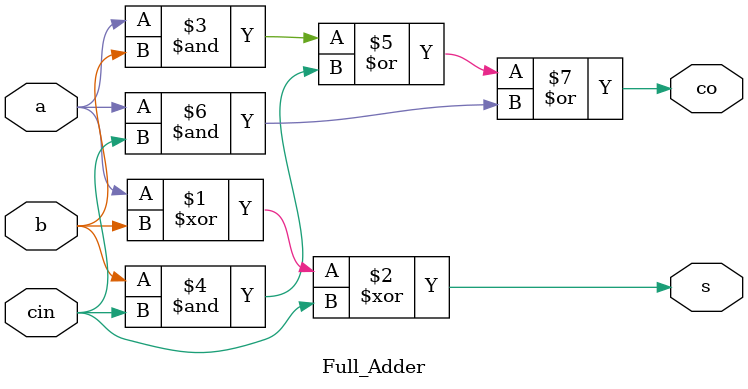
<source format=v>
module Full_Adder( a, b, cin, s, co );

    // Inputs
    input a,b,cin;

    // Output
    output s, co;

    assign s = a ^ b ^ cin;
    assign co = (a&b) | (b&cin) | (a&cin) ;


endmodule
</source>
